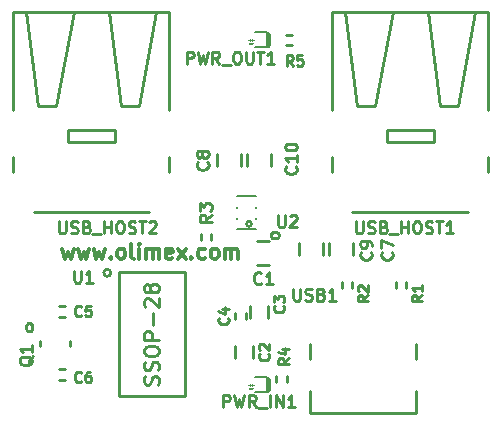
<source format=gbr>
%TF.GenerationSoftware,KiCad,Pcbnew,7.0.9-7.0.9~ubuntu22.04.1*%
%TF.CreationDate,2024-01-26T14:57:20+02:00*%
%TF.ProjectId,USB-NeoHUB_Rev_A,5553422d-4e65-46f4-9855-425f5265765f,A*%
%TF.SameCoordinates,PX5cfbb60PY69925e0*%
%TF.FileFunction,Legend,Top*%
%TF.FilePolarity,Positive*%
%FSLAX46Y46*%
G04 Gerber Fmt 4.6, Leading zero omitted, Abs format (unit mm)*
G04 Created by KiCad (PCBNEW 7.0.9-7.0.9~ubuntu22.04.1) date 2024-01-26 14:57:20*
%MOMM*%
%LPD*%
G01*
G04 APERTURE LIST*
%ADD10C,0.304800*%
%ADD11C,0.254000*%
%ADD12C,0.222250*%
%ADD13C,0.203200*%
%ADD14C,0.228600*%
%ADD15C,0.127000*%
%ADD16C,0.050000*%
%ADD17C,0.100000*%
G04 APERTURE END LIST*
D10*
X7021954Y13927941D02*
X7263859Y13081274D01*
X7263859Y13081274D02*
X7505764Y13686036D01*
X7505764Y13686036D02*
X7747668Y13081274D01*
X7747668Y13081274D02*
X7989573Y13927941D01*
X8352430Y13927941D02*
X8594335Y13081274D01*
X8594335Y13081274D02*
X8836240Y13686036D01*
X8836240Y13686036D02*
X9078144Y13081274D01*
X9078144Y13081274D02*
X9320049Y13927941D01*
X9682906Y13927941D02*
X9924811Y13081274D01*
X9924811Y13081274D02*
X10166716Y13686036D01*
X10166716Y13686036D02*
X10408620Y13081274D01*
X10408620Y13081274D02*
X10650525Y13927941D01*
X11134334Y13202227D02*
X11194811Y13141750D01*
X11194811Y13141750D02*
X11134334Y13081274D01*
X11134334Y13081274D02*
X11073858Y13141750D01*
X11073858Y13141750D02*
X11134334Y13202227D01*
X11134334Y13202227D02*
X11134334Y13081274D01*
X11920525Y13081274D02*
X11799573Y13141750D01*
X11799573Y13141750D02*
X11739096Y13202227D01*
X11739096Y13202227D02*
X11678620Y13323179D01*
X11678620Y13323179D02*
X11678620Y13686036D01*
X11678620Y13686036D02*
X11739096Y13806989D01*
X11739096Y13806989D02*
X11799573Y13867465D01*
X11799573Y13867465D02*
X11920525Y13927941D01*
X11920525Y13927941D02*
X12101954Y13927941D01*
X12101954Y13927941D02*
X12222906Y13867465D01*
X12222906Y13867465D02*
X12283382Y13806989D01*
X12283382Y13806989D02*
X12343858Y13686036D01*
X12343858Y13686036D02*
X12343858Y13323179D01*
X12343858Y13323179D02*
X12283382Y13202227D01*
X12283382Y13202227D02*
X12222906Y13141750D01*
X12222906Y13141750D02*
X12101954Y13081274D01*
X12101954Y13081274D02*
X11920525Y13081274D01*
X13069573Y13081274D02*
X12948621Y13141750D01*
X12948621Y13141750D02*
X12888144Y13262703D01*
X12888144Y13262703D02*
X12888144Y14351274D01*
X13553382Y13081274D02*
X13553382Y13927941D01*
X13553382Y14351274D02*
X13492906Y14290798D01*
X13492906Y14290798D02*
X13553382Y14230322D01*
X13553382Y14230322D02*
X13613859Y14290798D01*
X13613859Y14290798D02*
X13553382Y14351274D01*
X13553382Y14351274D02*
X13553382Y14230322D01*
X14158144Y13081274D02*
X14158144Y13927941D01*
X14158144Y13806989D02*
X14218621Y13867465D01*
X14218621Y13867465D02*
X14339573Y13927941D01*
X14339573Y13927941D02*
X14521002Y13927941D01*
X14521002Y13927941D02*
X14641954Y13867465D01*
X14641954Y13867465D02*
X14702430Y13746512D01*
X14702430Y13746512D02*
X14702430Y13081274D01*
X14702430Y13746512D02*
X14762906Y13867465D01*
X14762906Y13867465D02*
X14883859Y13927941D01*
X14883859Y13927941D02*
X15065287Y13927941D01*
X15065287Y13927941D02*
X15186240Y13867465D01*
X15186240Y13867465D02*
X15246716Y13746512D01*
X15246716Y13746512D02*
X15246716Y13081274D01*
X16335287Y13141750D02*
X16214335Y13081274D01*
X16214335Y13081274D02*
X15972430Y13081274D01*
X15972430Y13081274D02*
X15851477Y13141750D01*
X15851477Y13141750D02*
X15791001Y13262703D01*
X15791001Y13262703D02*
X15791001Y13746512D01*
X15791001Y13746512D02*
X15851477Y13867465D01*
X15851477Y13867465D02*
X15972430Y13927941D01*
X15972430Y13927941D02*
X16214335Y13927941D01*
X16214335Y13927941D02*
X16335287Y13867465D01*
X16335287Y13867465D02*
X16395763Y13746512D01*
X16395763Y13746512D02*
X16395763Y13625560D01*
X16395763Y13625560D02*
X15791001Y13504608D01*
X16819096Y13081274D02*
X17484334Y13927941D01*
X16819096Y13927941D02*
X17484334Y13081274D01*
X17968143Y13202227D02*
X18028620Y13141750D01*
X18028620Y13141750D02*
X17968143Y13081274D01*
X17968143Y13081274D02*
X17907667Y13141750D01*
X17907667Y13141750D02*
X17968143Y13202227D01*
X17968143Y13202227D02*
X17968143Y13081274D01*
X19117191Y13141750D02*
X18996239Y13081274D01*
X18996239Y13081274D02*
X18754334Y13081274D01*
X18754334Y13081274D02*
X18633382Y13141750D01*
X18633382Y13141750D02*
X18572905Y13202227D01*
X18572905Y13202227D02*
X18512429Y13323179D01*
X18512429Y13323179D02*
X18512429Y13686036D01*
X18512429Y13686036D02*
X18572905Y13806989D01*
X18572905Y13806989D02*
X18633382Y13867465D01*
X18633382Y13867465D02*
X18754334Y13927941D01*
X18754334Y13927941D02*
X18996239Y13927941D01*
X18996239Y13927941D02*
X19117191Y13867465D01*
X19842905Y13081274D02*
X19721953Y13141750D01*
X19721953Y13141750D02*
X19661476Y13202227D01*
X19661476Y13202227D02*
X19601000Y13323179D01*
X19601000Y13323179D02*
X19601000Y13686036D01*
X19601000Y13686036D02*
X19661476Y13806989D01*
X19661476Y13806989D02*
X19721953Y13867465D01*
X19721953Y13867465D02*
X19842905Y13927941D01*
X19842905Y13927941D02*
X20024334Y13927941D01*
X20024334Y13927941D02*
X20145286Y13867465D01*
X20145286Y13867465D02*
X20205762Y13806989D01*
X20205762Y13806989D02*
X20266238Y13686036D01*
X20266238Y13686036D02*
X20266238Y13323179D01*
X20266238Y13323179D02*
X20205762Y13202227D01*
X20205762Y13202227D02*
X20145286Y13141750D01*
X20145286Y13141750D02*
X20024334Y13081274D01*
X20024334Y13081274D02*
X19842905Y13081274D01*
X20810524Y13081274D02*
X20810524Y13927941D01*
X20810524Y13806989D02*
X20871001Y13867465D01*
X20871001Y13867465D02*
X20991953Y13927941D01*
X20991953Y13927941D02*
X21173382Y13927941D01*
X21173382Y13927941D02*
X21294334Y13867465D01*
X21294334Y13867465D02*
X21354810Y13746512D01*
X21354810Y13746512D02*
X21354810Y13081274D01*
X21354810Y13746512D02*
X21415286Y13867465D01*
X21415286Y13867465D02*
X21536239Y13927941D01*
X21536239Y13927941D02*
X21717667Y13927941D01*
X21717667Y13927941D02*
X21838620Y13867465D01*
X21838620Y13867465D02*
X21899096Y13746512D01*
X21899096Y13746512D02*
X21899096Y13081274D01*
D11*
X25296904Y16771188D02*
X25296904Y15948711D01*
X25296904Y15948711D02*
X25345285Y15851949D01*
X25345285Y15851949D02*
X25393666Y15803568D01*
X25393666Y15803568D02*
X25490428Y15755188D01*
X25490428Y15755188D02*
X25683952Y15755188D01*
X25683952Y15755188D02*
X25780714Y15803568D01*
X25780714Y15803568D02*
X25829095Y15851949D01*
X25829095Y15851949D02*
X25877476Y15948711D01*
X25877476Y15948711D02*
X25877476Y16771188D01*
X26312904Y16674426D02*
X26361285Y16722807D01*
X26361285Y16722807D02*
X26458047Y16771188D01*
X26458047Y16771188D02*
X26699952Y16771188D01*
X26699952Y16771188D02*
X26796714Y16722807D01*
X26796714Y16722807D02*
X26845095Y16674426D01*
X26845095Y16674426D02*
X26893476Y16577664D01*
X26893476Y16577664D02*
X26893476Y16480902D01*
X26893476Y16480902D02*
X26845095Y16335759D01*
X26845095Y16335759D02*
X26264523Y15755188D01*
X26264523Y15755188D02*
X26893476Y15755188D01*
X24684547Y15149848D02*
X24732928Y15246610D01*
X24732928Y15246610D02*
X24781308Y15294991D01*
X24781308Y15294991D02*
X24878070Y15343372D01*
X24878070Y15343372D02*
X25168356Y15343372D01*
X25168356Y15343372D02*
X25265118Y15294991D01*
X25265118Y15294991D02*
X25313499Y15246610D01*
X25313499Y15246610D02*
X25361880Y15149848D01*
X25361880Y15149848D02*
X25361880Y15004705D01*
X25361880Y15004705D02*
X25313499Y14907943D01*
X25313499Y14907943D02*
X25265118Y14859562D01*
X25265118Y14859562D02*
X25168356Y14811181D01*
X25168356Y14811181D02*
X24878070Y14811181D01*
X24878070Y14811181D02*
X24781308Y14859562D01*
X24781308Y14859562D02*
X24732928Y14907943D01*
X24732928Y14907943D02*
X24684547Y15004705D01*
X24684547Y15004705D02*
X24684547Y15149848D01*
D12*
X26557833Y29401288D02*
X26261500Y29824621D01*
X26049833Y29401288D02*
X26049833Y30290288D01*
X26049833Y30290288D02*
X26388500Y30290288D01*
X26388500Y30290288D02*
X26473167Y30247955D01*
X26473167Y30247955D02*
X26515500Y30205621D01*
X26515500Y30205621D02*
X26557833Y30120955D01*
X26557833Y30120955D02*
X26557833Y29993955D01*
X26557833Y29993955D02*
X26515500Y29909288D01*
X26515500Y29909288D02*
X26473167Y29866955D01*
X26473167Y29866955D02*
X26388500Y29824621D01*
X26388500Y29824621D02*
X26049833Y29824621D01*
X27362167Y30290288D02*
X26938833Y30290288D01*
X26938833Y30290288D02*
X26896500Y29866955D01*
X26896500Y29866955D02*
X26938833Y29909288D01*
X26938833Y29909288D02*
X27023500Y29951621D01*
X27023500Y29951621D02*
X27235167Y29951621D01*
X27235167Y29951621D02*
X27319833Y29909288D01*
X27319833Y29909288D02*
X27362167Y29866955D01*
X27362167Y29866955D02*
X27404500Y29782288D01*
X27404500Y29782288D02*
X27404500Y29570621D01*
X27404500Y29570621D02*
X27362167Y29485955D01*
X27362167Y29485955D02*
X27319833Y29443621D01*
X27319833Y29443621D02*
X27235167Y29401288D01*
X27235167Y29401288D02*
X27023500Y29401288D01*
X27023500Y29401288D02*
X26938833Y29443621D01*
X26938833Y29443621D02*
X26896500Y29485955D01*
D11*
X19669812Y16804668D02*
X19186003Y16466001D01*
X19669812Y16224096D02*
X18653812Y16224096D01*
X18653812Y16224096D02*
X18653812Y16611144D01*
X18653812Y16611144D02*
X18702193Y16707906D01*
X18702193Y16707906D02*
X18750574Y16756287D01*
X18750574Y16756287D02*
X18847336Y16804668D01*
X18847336Y16804668D02*
X18992479Y16804668D01*
X18992479Y16804668D02*
X19089241Y16756287D01*
X19089241Y16756287D02*
X19137622Y16707906D01*
X19137622Y16707906D02*
X19186003Y16611144D01*
X19186003Y16611144D02*
X19186003Y16224096D01*
X18653812Y17143334D02*
X18653812Y17772287D01*
X18653812Y17772287D02*
X19040860Y17433620D01*
X19040860Y17433620D02*
X19040860Y17578763D01*
X19040860Y17578763D02*
X19089241Y17675525D01*
X19089241Y17675525D02*
X19137622Y17723906D01*
X19137622Y17723906D02*
X19234384Y17772287D01*
X19234384Y17772287D02*
X19476289Y17772287D01*
X19476289Y17772287D02*
X19573051Y17723906D01*
X19573051Y17723906D02*
X19621432Y17675525D01*
X19621432Y17675525D02*
X19669812Y17578763D01*
X19669812Y17578763D02*
X19669812Y17288477D01*
X19669812Y17288477D02*
X19621432Y17191715D01*
X19621432Y17191715D02*
X19573051Y17143334D01*
D12*
X21052045Y8062834D02*
X21094379Y8020501D01*
X21094379Y8020501D02*
X21136712Y7893501D01*
X21136712Y7893501D02*
X21136712Y7808834D01*
X21136712Y7808834D02*
X21094379Y7681834D01*
X21094379Y7681834D02*
X21009712Y7597167D01*
X21009712Y7597167D02*
X20925045Y7554834D01*
X20925045Y7554834D02*
X20755712Y7512501D01*
X20755712Y7512501D02*
X20628712Y7512501D01*
X20628712Y7512501D02*
X20459379Y7554834D01*
X20459379Y7554834D02*
X20374712Y7597167D01*
X20374712Y7597167D02*
X20290045Y7681834D01*
X20290045Y7681834D02*
X20247712Y7808834D01*
X20247712Y7808834D02*
X20247712Y7893501D01*
X20247712Y7893501D02*
X20290045Y8020501D01*
X20290045Y8020501D02*
X20332379Y8062834D01*
X20544045Y8824834D02*
X21136712Y8824834D01*
X20205379Y8613167D02*
X20840379Y8401501D01*
X20840379Y8401501D02*
X20840379Y8951834D01*
D11*
X31888809Y16263188D02*
X31888809Y15440711D01*
X31888809Y15440711D02*
X31937190Y15343949D01*
X31937190Y15343949D02*
X31985571Y15295568D01*
X31985571Y15295568D02*
X32082333Y15247188D01*
X32082333Y15247188D02*
X32275857Y15247188D01*
X32275857Y15247188D02*
X32372619Y15295568D01*
X32372619Y15295568D02*
X32421000Y15343949D01*
X32421000Y15343949D02*
X32469381Y15440711D01*
X32469381Y15440711D02*
X32469381Y16263188D01*
X32904809Y15295568D02*
X33049952Y15247188D01*
X33049952Y15247188D02*
X33291857Y15247188D01*
X33291857Y15247188D02*
X33388619Y15295568D01*
X33388619Y15295568D02*
X33437000Y15343949D01*
X33437000Y15343949D02*
X33485381Y15440711D01*
X33485381Y15440711D02*
X33485381Y15537473D01*
X33485381Y15537473D02*
X33437000Y15634235D01*
X33437000Y15634235D02*
X33388619Y15682616D01*
X33388619Y15682616D02*
X33291857Y15730997D01*
X33291857Y15730997D02*
X33098333Y15779378D01*
X33098333Y15779378D02*
X33001571Y15827759D01*
X33001571Y15827759D02*
X32953190Y15876140D01*
X32953190Y15876140D02*
X32904809Y15972902D01*
X32904809Y15972902D02*
X32904809Y16069664D01*
X32904809Y16069664D02*
X32953190Y16166426D01*
X32953190Y16166426D02*
X33001571Y16214807D01*
X33001571Y16214807D02*
X33098333Y16263188D01*
X33098333Y16263188D02*
X33340238Y16263188D01*
X33340238Y16263188D02*
X33485381Y16214807D01*
X34259476Y15779378D02*
X34404619Y15730997D01*
X34404619Y15730997D02*
X34453000Y15682616D01*
X34453000Y15682616D02*
X34501381Y15585854D01*
X34501381Y15585854D02*
X34501381Y15440711D01*
X34501381Y15440711D02*
X34453000Y15343949D01*
X34453000Y15343949D02*
X34404619Y15295568D01*
X34404619Y15295568D02*
X34307857Y15247188D01*
X34307857Y15247188D02*
X33920809Y15247188D01*
X33920809Y15247188D02*
X33920809Y16263188D01*
X33920809Y16263188D02*
X34259476Y16263188D01*
X34259476Y16263188D02*
X34356238Y16214807D01*
X34356238Y16214807D02*
X34404619Y16166426D01*
X34404619Y16166426D02*
X34453000Y16069664D01*
X34453000Y16069664D02*
X34453000Y15972902D01*
X34453000Y15972902D02*
X34404619Y15876140D01*
X34404619Y15876140D02*
X34356238Y15827759D01*
X34356238Y15827759D02*
X34259476Y15779378D01*
X34259476Y15779378D02*
X33920809Y15779378D01*
X34694905Y15150426D02*
X35469000Y15150426D01*
X35710904Y15247188D02*
X35710904Y16263188D01*
X35710904Y15779378D02*
X36291476Y15779378D01*
X36291476Y15247188D02*
X36291476Y16263188D01*
X36968809Y16263188D02*
X37162333Y16263188D01*
X37162333Y16263188D02*
X37259095Y16214807D01*
X37259095Y16214807D02*
X37355857Y16118045D01*
X37355857Y16118045D02*
X37404238Y15924521D01*
X37404238Y15924521D02*
X37404238Y15585854D01*
X37404238Y15585854D02*
X37355857Y15392330D01*
X37355857Y15392330D02*
X37259095Y15295568D01*
X37259095Y15295568D02*
X37162333Y15247188D01*
X37162333Y15247188D02*
X36968809Y15247188D01*
X36968809Y15247188D02*
X36872047Y15295568D01*
X36872047Y15295568D02*
X36775285Y15392330D01*
X36775285Y15392330D02*
X36726904Y15585854D01*
X36726904Y15585854D02*
X36726904Y15924521D01*
X36726904Y15924521D02*
X36775285Y16118045D01*
X36775285Y16118045D02*
X36872047Y16214807D01*
X36872047Y16214807D02*
X36968809Y16263188D01*
X37791285Y15295568D02*
X37936428Y15247188D01*
X37936428Y15247188D02*
X38178333Y15247188D01*
X38178333Y15247188D02*
X38275095Y15295568D01*
X38275095Y15295568D02*
X38323476Y15343949D01*
X38323476Y15343949D02*
X38371857Y15440711D01*
X38371857Y15440711D02*
X38371857Y15537473D01*
X38371857Y15537473D02*
X38323476Y15634235D01*
X38323476Y15634235D02*
X38275095Y15682616D01*
X38275095Y15682616D02*
X38178333Y15730997D01*
X38178333Y15730997D02*
X37984809Y15779378D01*
X37984809Y15779378D02*
X37888047Y15827759D01*
X37888047Y15827759D02*
X37839666Y15876140D01*
X37839666Y15876140D02*
X37791285Y15972902D01*
X37791285Y15972902D02*
X37791285Y16069664D01*
X37791285Y16069664D02*
X37839666Y16166426D01*
X37839666Y16166426D02*
X37888047Y16214807D01*
X37888047Y16214807D02*
X37984809Y16263188D01*
X37984809Y16263188D02*
X38226714Y16263188D01*
X38226714Y16263188D02*
X38371857Y16214807D01*
X38662142Y16263188D02*
X39242714Y16263188D01*
X38952428Y15247188D02*
X38952428Y16263188D01*
X40113571Y15247188D02*
X39532999Y15247188D01*
X39823285Y15247188D02*
X39823285Y16263188D01*
X39823285Y16263188D02*
X39726523Y16118045D01*
X39726523Y16118045D02*
X39629761Y16021283D01*
X39629761Y16021283D02*
X39532999Y15972902D01*
D12*
X37519712Y9967834D02*
X37096379Y9671501D01*
X37519712Y9459834D02*
X36630712Y9459834D01*
X36630712Y9459834D02*
X36630712Y9798501D01*
X36630712Y9798501D02*
X36673045Y9883167D01*
X36673045Y9883167D02*
X36715379Y9925501D01*
X36715379Y9925501D02*
X36800045Y9967834D01*
X36800045Y9967834D02*
X36927045Y9967834D01*
X36927045Y9967834D02*
X37011712Y9925501D01*
X37011712Y9925501D02*
X37054045Y9883167D01*
X37054045Y9883167D02*
X37096379Y9798501D01*
X37096379Y9798501D02*
X37096379Y9459834D01*
X37519712Y10814501D02*
X37519712Y10306501D01*
X37519712Y10560501D02*
X36630712Y10560501D01*
X36630712Y10560501D02*
X36757712Y10475834D01*
X36757712Y10475834D02*
X36842379Y10391167D01*
X36842379Y10391167D02*
X36884712Y10306501D01*
X32947712Y9967834D02*
X32524379Y9671501D01*
X32947712Y9459834D02*
X32058712Y9459834D01*
X32058712Y9459834D02*
X32058712Y9798501D01*
X32058712Y9798501D02*
X32101045Y9883167D01*
X32101045Y9883167D02*
X32143379Y9925501D01*
X32143379Y9925501D02*
X32228045Y9967834D01*
X32228045Y9967834D02*
X32355045Y9967834D01*
X32355045Y9967834D02*
X32439712Y9925501D01*
X32439712Y9925501D02*
X32482045Y9883167D01*
X32482045Y9883167D02*
X32524379Y9798501D01*
X32524379Y9798501D02*
X32524379Y9459834D01*
X32143379Y10306501D02*
X32101045Y10348834D01*
X32101045Y10348834D02*
X32058712Y10433501D01*
X32058712Y10433501D02*
X32058712Y10645167D01*
X32058712Y10645167D02*
X32101045Y10729834D01*
X32101045Y10729834D02*
X32143379Y10772167D01*
X32143379Y10772167D02*
X32228045Y10814501D01*
X32228045Y10814501D02*
X32312712Y10814501D01*
X32312712Y10814501D02*
X32439712Y10772167D01*
X32439712Y10772167D02*
X32947712Y10264167D01*
X32947712Y10264167D02*
X32947712Y10814501D01*
D11*
X8024904Y12072188D02*
X8024904Y11249711D01*
X8024904Y11249711D02*
X8073285Y11152949D01*
X8073285Y11152949D02*
X8121666Y11104568D01*
X8121666Y11104568D02*
X8218428Y11056188D01*
X8218428Y11056188D02*
X8411952Y11056188D01*
X8411952Y11056188D02*
X8508714Y11104568D01*
X8508714Y11104568D02*
X8557095Y11152949D01*
X8557095Y11152949D02*
X8605476Y11249711D01*
X8605476Y11249711D02*
X8605476Y12072188D01*
X9621476Y11056188D02*
X9040904Y11056188D01*
X9331190Y11056188D02*
X9331190Y12072188D01*
X9331190Y12072188D02*
X9234428Y11927045D01*
X9234428Y11927045D02*
X9137666Y11830283D01*
X9137666Y11830283D02*
X9040904Y11781902D01*
X15154842Y2423429D02*
X15215318Y2604858D01*
X15215318Y2604858D02*
X15215318Y2907239D01*
X15215318Y2907239D02*
X15154842Y3028191D01*
X15154842Y3028191D02*
X15094365Y3088667D01*
X15094365Y3088667D02*
X14973413Y3149144D01*
X14973413Y3149144D02*
X14852461Y3149144D01*
X14852461Y3149144D02*
X14731508Y3088667D01*
X14731508Y3088667D02*
X14671032Y3028191D01*
X14671032Y3028191D02*
X14610556Y2907239D01*
X14610556Y2907239D02*
X14550080Y2665334D01*
X14550080Y2665334D02*
X14489603Y2544382D01*
X14489603Y2544382D02*
X14429127Y2483905D01*
X14429127Y2483905D02*
X14308175Y2423429D01*
X14308175Y2423429D02*
X14187222Y2423429D01*
X14187222Y2423429D02*
X14066270Y2483905D01*
X14066270Y2483905D02*
X14005794Y2544382D01*
X14005794Y2544382D02*
X13945318Y2665334D01*
X13945318Y2665334D02*
X13945318Y2967715D01*
X13945318Y2967715D02*
X14005794Y3149144D01*
X15154842Y3632953D02*
X15215318Y3814382D01*
X15215318Y3814382D02*
X15215318Y4116763D01*
X15215318Y4116763D02*
X15154842Y4237715D01*
X15154842Y4237715D02*
X15094365Y4298191D01*
X15094365Y4298191D02*
X14973413Y4358668D01*
X14973413Y4358668D02*
X14852461Y4358668D01*
X14852461Y4358668D02*
X14731508Y4298191D01*
X14731508Y4298191D02*
X14671032Y4237715D01*
X14671032Y4237715D02*
X14610556Y4116763D01*
X14610556Y4116763D02*
X14550080Y3874858D01*
X14550080Y3874858D02*
X14489603Y3753906D01*
X14489603Y3753906D02*
X14429127Y3693429D01*
X14429127Y3693429D02*
X14308175Y3632953D01*
X14308175Y3632953D02*
X14187222Y3632953D01*
X14187222Y3632953D02*
X14066270Y3693429D01*
X14066270Y3693429D02*
X14005794Y3753906D01*
X14005794Y3753906D02*
X13945318Y3874858D01*
X13945318Y3874858D02*
X13945318Y4177239D01*
X13945318Y4177239D02*
X14005794Y4358668D01*
X13945318Y5144858D02*
X13945318Y5386763D01*
X13945318Y5386763D02*
X14005794Y5507715D01*
X14005794Y5507715D02*
X14126746Y5628668D01*
X14126746Y5628668D02*
X14368651Y5689144D01*
X14368651Y5689144D02*
X14791984Y5689144D01*
X14791984Y5689144D02*
X15033889Y5628668D01*
X15033889Y5628668D02*
X15154842Y5507715D01*
X15154842Y5507715D02*
X15215318Y5386763D01*
X15215318Y5386763D02*
X15215318Y5144858D01*
X15215318Y5144858D02*
X15154842Y5023906D01*
X15154842Y5023906D02*
X15033889Y4902953D01*
X15033889Y4902953D02*
X14791984Y4842477D01*
X14791984Y4842477D02*
X14368651Y4842477D01*
X14368651Y4842477D02*
X14126746Y4902953D01*
X14126746Y4902953D02*
X14005794Y5023906D01*
X14005794Y5023906D02*
X13945318Y5144858D01*
X15215318Y6233429D02*
X13945318Y6233429D01*
X13945318Y6233429D02*
X13945318Y6717239D01*
X13945318Y6717239D02*
X14005794Y6838191D01*
X14005794Y6838191D02*
X14066270Y6898668D01*
X14066270Y6898668D02*
X14187222Y6959144D01*
X14187222Y6959144D02*
X14368651Y6959144D01*
X14368651Y6959144D02*
X14489603Y6898668D01*
X14489603Y6898668D02*
X14550080Y6838191D01*
X14550080Y6838191D02*
X14610556Y6717239D01*
X14610556Y6717239D02*
X14610556Y6233429D01*
X14731508Y7503429D02*
X14731508Y8471048D01*
X14066270Y9015334D02*
X14005794Y9075810D01*
X14005794Y9075810D02*
X13945318Y9196763D01*
X13945318Y9196763D02*
X13945318Y9499144D01*
X13945318Y9499144D02*
X14005794Y9620096D01*
X14005794Y9620096D02*
X14066270Y9680572D01*
X14066270Y9680572D02*
X14187222Y9741049D01*
X14187222Y9741049D02*
X14308175Y9741049D01*
X14308175Y9741049D02*
X14489603Y9680572D01*
X14489603Y9680572D02*
X15215318Y8954858D01*
X15215318Y8954858D02*
X15215318Y9741049D01*
X14489603Y10466763D02*
X14429127Y10345811D01*
X14429127Y10345811D02*
X14368651Y10285334D01*
X14368651Y10285334D02*
X14247699Y10224858D01*
X14247699Y10224858D02*
X14187222Y10224858D01*
X14187222Y10224858D02*
X14066270Y10285334D01*
X14066270Y10285334D02*
X14005794Y10345811D01*
X14005794Y10345811D02*
X13945318Y10466763D01*
X13945318Y10466763D02*
X13945318Y10708668D01*
X13945318Y10708668D02*
X14005794Y10829620D01*
X14005794Y10829620D02*
X14066270Y10890096D01*
X14066270Y10890096D02*
X14187222Y10950573D01*
X14187222Y10950573D02*
X14247699Y10950573D01*
X14247699Y10950573D02*
X14368651Y10890096D01*
X14368651Y10890096D02*
X14429127Y10829620D01*
X14429127Y10829620D02*
X14489603Y10708668D01*
X14489603Y10708668D02*
X14489603Y10466763D01*
X14489603Y10466763D02*
X14550080Y10345811D01*
X14550080Y10345811D02*
X14610556Y10285334D01*
X14610556Y10285334D02*
X14731508Y10224858D01*
X14731508Y10224858D02*
X14973413Y10224858D01*
X14973413Y10224858D02*
X15094365Y10285334D01*
X15094365Y10285334D02*
X15154842Y10345811D01*
X15154842Y10345811D02*
X15215318Y10466763D01*
X15215318Y10466763D02*
X15215318Y10708668D01*
X15215318Y10708668D02*
X15154842Y10829620D01*
X15154842Y10829620D02*
X15094365Y10890096D01*
X15094365Y10890096D02*
X14973413Y10950573D01*
X14973413Y10950573D02*
X14731508Y10950573D01*
X14731508Y10950573D02*
X14610556Y10890096D01*
X14610556Y10890096D02*
X14550080Y10829620D01*
X14550080Y10829620D02*
X14489603Y10708668D01*
X26591095Y10548188D02*
X26591095Y9725711D01*
X26591095Y9725711D02*
X26639476Y9628949D01*
X26639476Y9628949D02*
X26687857Y9580568D01*
X26687857Y9580568D02*
X26784619Y9532188D01*
X26784619Y9532188D02*
X26978143Y9532188D01*
X26978143Y9532188D02*
X27074905Y9580568D01*
X27074905Y9580568D02*
X27123286Y9628949D01*
X27123286Y9628949D02*
X27171667Y9725711D01*
X27171667Y9725711D02*
X27171667Y10548188D01*
X27607095Y9580568D02*
X27752238Y9532188D01*
X27752238Y9532188D02*
X27994143Y9532188D01*
X27994143Y9532188D02*
X28090905Y9580568D01*
X28090905Y9580568D02*
X28139286Y9628949D01*
X28139286Y9628949D02*
X28187667Y9725711D01*
X28187667Y9725711D02*
X28187667Y9822473D01*
X28187667Y9822473D02*
X28139286Y9919235D01*
X28139286Y9919235D02*
X28090905Y9967616D01*
X28090905Y9967616D02*
X27994143Y10015997D01*
X27994143Y10015997D02*
X27800619Y10064378D01*
X27800619Y10064378D02*
X27703857Y10112759D01*
X27703857Y10112759D02*
X27655476Y10161140D01*
X27655476Y10161140D02*
X27607095Y10257902D01*
X27607095Y10257902D02*
X27607095Y10354664D01*
X27607095Y10354664D02*
X27655476Y10451426D01*
X27655476Y10451426D02*
X27703857Y10499807D01*
X27703857Y10499807D02*
X27800619Y10548188D01*
X27800619Y10548188D02*
X28042524Y10548188D01*
X28042524Y10548188D02*
X28187667Y10499807D01*
X28961762Y10064378D02*
X29106905Y10015997D01*
X29106905Y10015997D02*
X29155286Y9967616D01*
X29155286Y9967616D02*
X29203667Y9870854D01*
X29203667Y9870854D02*
X29203667Y9725711D01*
X29203667Y9725711D02*
X29155286Y9628949D01*
X29155286Y9628949D02*
X29106905Y9580568D01*
X29106905Y9580568D02*
X29010143Y9532188D01*
X29010143Y9532188D02*
X28623095Y9532188D01*
X28623095Y9532188D02*
X28623095Y10548188D01*
X28623095Y10548188D02*
X28961762Y10548188D01*
X28961762Y10548188D02*
X29058524Y10499807D01*
X29058524Y10499807D02*
X29106905Y10451426D01*
X29106905Y10451426D02*
X29155286Y10354664D01*
X29155286Y10354664D02*
X29155286Y10257902D01*
X29155286Y10257902D02*
X29106905Y10161140D01*
X29106905Y10161140D02*
X29058524Y10112759D01*
X29058524Y10112759D02*
X28961762Y10064378D01*
X28961762Y10064378D02*
X28623095Y10064378D01*
X30171286Y9532188D02*
X29590714Y9532188D01*
X29881000Y9532188D02*
X29881000Y10548188D01*
X29881000Y10548188D02*
X29784238Y10403045D01*
X29784238Y10403045D02*
X29687476Y10306283D01*
X29687476Y10306283D02*
X29590714Y10257902D01*
X6742809Y16263188D02*
X6742809Y15440711D01*
X6742809Y15440711D02*
X6791190Y15343949D01*
X6791190Y15343949D02*
X6839571Y15295568D01*
X6839571Y15295568D02*
X6936333Y15247188D01*
X6936333Y15247188D02*
X7129857Y15247188D01*
X7129857Y15247188D02*
X7226619Y15295568D01*
X7226619Y15295568D02*
X7275000Y15343949D01*
X7275000Y15343949D02*
X7323381Y15440711D01*
X7323381Y15440711D02*
X7323381Y16263188D01*
X7758809Y15295568D02*
X7903952Y15247188D01*
X7903952Y15247188D02*
X8145857Y15247188D01*
X8145857Y15247188D02*
X8242619Y15295568D01*
X8242619Y15295568D02*
X8291000Y15343949D01*
X8291000Y15343949D02*
X8339381Y15440711D01*
X8339381Y15440711D02*
X8339381Y15537473D01*
X8339381Y15537473D02*
X8291000Y15634235D01*
X8291000Y15634235D02*
X8242619Y15682616D01*
X8242619Y15682616D02*
X8145857Y15730997D01*
X8145857Y15730997D02*
X7952333Y15779378D01*
X7952333Y15779378D02*
X7855571Y15827759D01*
X7855571Y15827759D02*
X7807190Y15876140D01*
X7807190Y15876140D02*
X7758809Y15972902D01*
X7758809Y15972902D02*
X7758809Y16069664D01*
X7758809Y16069664D02*
X7807190Y16166426D01*
X7807190Y16166426D02*
X7855571Y16214807D01*
X7855571Y16214807D02*
X7952333Y16263188D01*
X7952333Y16263188D02*
X8194238Y16263188D01*
X8194238Y16263188D02*
X8339381Y16214807D01*
X9113476Y15779378D02*
X9258619Y15730997D01*
X9258619Y15730997D02*
X9307000Y15682616D01*
X9307000Y15682616D02*
X9355381Y15585854D01*
X9355381Y15585854D02*
X9355381Y15440711D01*
X9355381Y15440711D02*
X9307000Y15343949D01*
X9307000Y15343949D02*
X9258619Y15295568D01*
X9258619Y15295568D02*
X9161857Y15247188D01*
X9161857Y15247188D02*
X8774809Y15247188D01*
X8774809Y15247188D02*
X8774809Y16263188D01*
X8774809Y16263188D02*
X9113476Y16263188D01*
X9113476Y16263188D02*
X9210238Y16214807D01*
X9210238Y16214807D02*
X9258619Y16166426D01*
X9258619Y16166426D02*
X9307000Y16069664D01*
X9307000Y16069664D02*
X9307000Y15972902D01*
X9307000Y15972902D02*
X9258619Y15876140D01*
X9258619Y15876140D02*
X9210238Y15827759D01*
X9210238Y15827759D02*
X9113476Y15779378D01*
X9113476Y15779378D02*
X8774809Y15779378D01*
X9548905Y15150426D02*
X10323000Y15150426D01*
X10564904Y15247188D02*
X10564904Y16263188D01*
X10564904Y15779378D02*
X11145476Y15779378D01*
X11145476Y15247188D02*
X11145476Y16263188D01*
X11822809Y16263188D02*
X12016333Y16263188D01*
X12016333Y16263188D02*
X12113095Y16214807D01*
X12113095Y16214807D02*
X12209857Y16118045D01*
X12209857Y16118045D02*
X12258238Y15924521D01*
X12258238Y15924521D02*
X12258238Y15585854D01*
X12258238Y15585854D02*
X12209857Y15392330D01*
X12209857Y15392330D02*
X12113095Y15295568D01*
X12113095Y15295568D02*
X12016333Y15247188D01*
X12016333Y15247188D02*
X11822809Y15247188D01*
X11822809Y15247188D02*
X11726047Y15295568D01*
X11726047Y15295568D02*
X11629285Y15392330D01*
X11629285Y15392330D02*
X11580904Y15585854D01*
X11580904Y15585854D02*
X11580904Y15924521D01*
X11580904Y15924521D02*
X11629285Y16118045D01*
X11629285Y16118045D02*
X11726047Y16214807D01*
X11726047Y16214807D02*
X11822809Y16263188D01*
X12645285Y15295568D02*
X12790428Y15247188D01*
X12790428Y15247188D02*
X13032333Y15247188D01*
X13032333Y15247188D02*
X13129095Y15295568D01*
X13129095Y15295568D02*
X13177476Y15343949D01*
X13177476Y15343949D02*
X13225857Y15440711D01*
X13225857Y15440711D02*
X13225857Y15537473D01*
X13225857Y15537473D02*
X13177476Y15634235D01*
X13177476Y15634235D02*
X13129095Y15682616D01*
X13129095Y15682616D02*
X13032333Y15730997D01*
X13032333Y15730997D02*
X12838809Y15779378D01*
X12838809Y15779378D02*
X12742047Y15827759D01*
X12742047Y15827759D02*
X12693666Y15876140D01*
X12693666Y15876140D02*
X12645285Y15972902D01*
X12645285Y15972902D02*
X12645285Y16069664D01*
X12645285Y16069664D02*
X12693666Y16166426D01*
X12693666Y16166426D02*
X12742047Y16214807D01*
X12742047Y16214807D02*
X12838809Y16263188D01*
X12838809Y16263188D02*
X13080714Y16263188D01*
X13080714Y16263188D02*
X13225857Y16214807D01*
X13516142Y16263188D02*
X14096714Y16263188D01*
X13806428Y15247188D02*
X13806428Y16263188D01*
X14386999Y16166426D02*
X14435380Y16214807D01*
X14435380Y16214807D02*
X14532142Y16263188D01*
X14532142Y16263188D02*
X14774047Y16263188D01*
X14774047Y16263188D02*
X14870809Y16214807D01*
X14870809Y16214807D02*
X14919190Y16166426D01*
X14919190Y16166426D02*
X14967571Y16069664D01*
X14967571Y16069664D02*
X14967571Y15972902D01*
X14967571Y15972902D02*
X14919190Y15827759D01*
X14919190Y15827759D02*
X14338618Y15247188D01*
X14338618Y15247188D02*
X14967571Y15247188D01*
X17568047Y29598188D02*
X17568047Y30614188D01*
X17568047Y30614188D02*
X17955095Y30614188D01*
X17955095Y30614188D02*
X18051857Y30565807D01*
X18051857Y30565807D02*
X18100238Y30517426D01*
X18100238Y30517426D02*
X18148619Y30420664D01*
X18148619Y30420664D02*
X18148619Y30275521D01*
X18148619Y30275521D02*
X18100238Y30178759D01*
X18100238Y30178759D02*
X18051857Y30130378D01*
X18051857Y30130378D02*
X17955095Y30081997D01*
X17955095Y30081997D02*
X17568047Y30081997D01*
X18487285Y30614188D02*
X18729190Y29598188D01*
X18729190Y29598188D02*
X18922714Y30323902D01*
X18922714Y30323902D02*
X19116238Y29598188D01*
X19116238Y29598188D02*
X19358143Y30614188D01*
X20325762Y29598188D02*
X19987095Y30081997D01*
X19745190Y29598188D02*
X19745190Y30614188D01*
X19745190Y30614188D02*
X20132238Y30614188D01*
X20132238Y30614188D02*
X20229000Y30565807D01*
X20229000Y30565807D02*
X20277381Y30517426D01*
X20277381Y30517426D02*
X20325762Y30420664D01*
X20325762Y30420664D02*
X20325762Y30275521D01*
X20325762Y30275521D02*
X20277381Y30178759D01*
X20277381Y30178759D02*
X20229000Y30130378D01*
X20229000Y30130378D02*
X20132238Y30081997D01*
X20132238Y30081997D02*
X19745190Y30081997D01*
X20519286Y29501426D02*
X21293381Y29501426D01*
X21728809Y30614188D02*
X21922333Y30614188D01*
X21922333Y30614188D02*
X22019095Y30565807D01*
X22019095Y30565807D02*
X22115857Y30469045D01*
X22115857Y30469045D02*
X22164238Y30275521D01*
X22164238Y30275521D02*
X22164238Y29936854D01*
X22164238Y29936854D02*
X22115857Y29743330D01*
X22115857Y29743330D02*
X22019095Y29646568D01*
X22019095Y29646568D02*
X21922333Y29598188D01*
X21922333Y29598188D02*
X21728809Y29598188D01*
X21728809Y29598188D02*
X21632047Y29646568D01*
X21632047Y29646568D02*
X21535285Y29743330D01*
X21535285Y29743330D02*
X21486904Y29936854D01*
X21486904Y29936854D02*
X21486904Y30275521D01*
X21486904Y30275521D02*
X21535285Y30469045D01*
X21535285Y30469045D02*
X21632047Y30565807D01*
X21632047Y30565807D02*
X21728809Y30614188D01*
X22599666Y30614188D02*
X22599666Y29791711D01*
X22599666Y29791711D02*
X22648047Y29694949D01*
X22648047Y29694949D02*
X22696428Y29646568D01*
X22696428Y29646568D02*
X22793190Y29598188D01*
X22793190Y29598188D02*
X22986714Y29598188D01*
X22986714Y29598188D02*
X23083476Y29646568D01*
X23083476Y29646568D02*
X23131857Y29694949D01*
X23131857Y29694949D02*
X23180238Y29791711D01*
X23180238Y29791711D02*
X23180238Y30614188D01*
X23518904Y30614188D02*
X24099476Y30614188D01*
X23809190Y29598188D02*
X23809190Y30614188D01*
X24970333Y29598188D02*
X24389761Y29598188D01*
X24680047Y29598188D02*
X24680047Y30614188D01*
X24680047Y30614188D02*
X24583285Y30469045D01*
X24583285Y30469045D02*
X24486523Y30372283D01*
X24486523Y30372283D02*
X24389761Y30323902D01*
X34940051Y13629668D02*
X34988432Y13581287D01*
X34988432Y13581287D02*
X35036812Y13436144D01*
X35036812Y13436144D02*
X35036812Y13339382D01*
X35036812Y13339382D02*
X34988432Y13194239D01*
X34988432Y13194239D02*
X34891670Y13097477D01*
X34891670Y13097477D02*
X34794908Y13049096D01*
X34794908Y13049096D02*
X34601384Y13000715D01*
X34601384Y13000715D02*
X34456241Y13000715D01*
X34456241Y13000715D02*
X34262717Y13049096D01*
X34262717Y13049096D02*
X34165955Y13097477D01*
X34165955Y13097477D02*
X34069193Y13194239D01*
X34069193Y13194239D02*
X34020812Y13339382D01*
X34020812Y13339382D02*
X34020812Y13436144D01*
X34020812Y13436144D02*
X34069193Y13581287D01*
X34069193Y13581287D02*
X34117574Y13629668D01*
X34020812Y13968334D02*
X34020812Y14645668D01*
X34020812Y14645668D02*
X35036812Y14210239D01*
D12*
X26216712Y4633834D02*
X25793379Y4337501D01*
X26216712Y4125834D02*
X25327712Y4125834D01*
X25327712Y4125834D02*
X25327712Y4464501D01*
X25327712Y4464501D02*
X25370045Y4549167D01*
X25370045Y4549167D02*
X25412379Y4591501D01*
X25412379Y4591501D02*
X25497045Y4633834D01*
X25497045Y4633834D02*
X25624045Y4633834D01*
X25624045Y4633834D02*
X25708712Y4591501D01*
X25708712Y4591501D02*
X25751045Y4549167D01*
X25751045Y4549167D02*
X25793379Y4464501D01*
X25793379Y4464501D02*
X25793379Y4125834D01*
X25624045Y5395834D02*
X26216712Y5395834D01*
X25285379Y5184167D02*
X25920379Y4972501D01*
X25920379Y4972501D02*
X25920379Y5522834D01*
D11*
X19319051Y21249668D02*
X19367432Y21201287D01*
X19367432Y21201287D02*
X19415812Y21056144D01*
X19415812Y21056144D02*
X19415812Y20959382D01*
X19415812Y20959382D02*
X19367432Y20814239D01*
X19367432Y20814239D02*
X19270670Y20717477D01*
X19270670Y20717477D02*
X19173908Y20669096D01*
X19173908Y20669096D02*
X18980384Y20620715D01*
X18980384Y20620715D02*
X18835241Y20620715D01*
X18835241Y20620715D02*
X18641717Y20669096D01*
X18641717Y20669096D02*
X18544955Y20717477D01*
X18544955Y20717477D02*
X18448193Y20814239D01*
X18448193Y20814239D02*
X18399812Y20959382D01*
X18399812Y20959382D02*
X18399812Y21056144D01*
X18399812Y21056144D02*
X18448193Y21201287D01*
X18448193Y21201287D02*
X18496574Y21249668D01*
X18835241Y21830239D02*
X18786860Y21733477D01*
X18786860Y21733477D02*
X18738479Y21685096D01*
X18738479Y21685096D02*
X18641717Y21636715D01*
X18641717Y21636715D02*
X18593336Y21636715D01*
X18593336Y21636715D02*
X18496574Y21685096D01*
X18496574Y21685096D02*
X18448193Y21733477D01*
X18448193Y21733477D02*
X18399812Y21830239D01*
X18399812Y21830239D02*
X18399812Y22023763D01*
X18399812Y22023763D02*
X18448193Y22120525D01*
X18448193Y22120525D02*
X18496574Y22168906D01*
X18496574Y22168906D02*
X18593336Y22217287D01*
X18593336Y22217287D02*
X18641717Y22217287D01*
X18641717Y22217287D02*
X18738479Y22168906D01*
X18738479Y22168906D02*
X18786860Y22120525D01*
X18786860Y22120525D02*
X18835241Y22023763D01*
X18835241Y22023763D02*
X18835241Y21830239D01*
X18835241Y21830239D02*
X18883622Y21733477D01*
X18883622Y21733477D02*
X18932003Y21685096D01*
X18932003Y21685096D02*
X19028765Y21636715D01*
X19028765Y21636715D02*
X19222289Y21636715D01*
X19222289Y21636715D02*
X19319051Y21685096D01*
X19319051Y21685096D02*
X19367432Y21733477D01*
X19367432Y21733477D02*
X19415812Y21830239D01*
X19415812Y21830239D02*
X19415812Y22023763D01*
X19415812Y22023763D02*
X19367432Y22120525D01*
X19367432Y22120525D02*
X19319051Y22168906D01*
X19319051Y22168906D02*
X19222289Y22217287D01*
X19222289Y22217287D02*
X19028765Y22217287D01*
X19028765Y22217287D02*
X18932003Y22168906D01*
X18932003Y22168906D02*
X18883622Y22120525D01*
X18883622Y22120525D02*
X18835241Y22023763D01*
D12*
X25751045Y9078834D02*
X25793379Y9036501D01*
X25793379Y9036501D02*
X25835712Y8909501D01*
X25835712Y8909501D02*
X25835712Y8824834D01*
X25835712Y8824834D02*
X25793379Y8697834D01*
X25793379Y8697834D02*
X25708712Y8613167D01*
X25708712Y8613167D02*
X25624045Y8570834D01*
X25624045Y8570834D02*
X25454712Y8528501D01*
X25454712Y8528501D02*
X25327712Y8528501D01*
X25327712Y8528501D02*
X25158379Y8570834D01*
X25158379Y8570834D02*
X25073712Y8613167D01*
X25073712Y8613167D02*
X24989045Y8697834D01*
X24989045Y8697834D02*
X24946712Y8824834D01*
X24946712Y8824834D02*
X24946712Y8909501D01*
X24946712Y8909501D02*
X24989045Y9036501D01*
X24989045Y9036501D02*
X25031379Y9078834D01*
X24946712Y9375167D02*
X24946712Y9925501D01*
X24946712Y9925501D02*
X25285379Y9629167D01*
X25285379Y9629167D02*
X25285379Y9756167D01*
X25285379Y9756167D02*
X25327712Y9840834D01*
X25327712Y9840834D02*
X25370045Y9883167D01*
X25370045Y9883167D02*
X25454712Y9925501D01*
X25454712Y9925501D02*
X25666379Y9925501D01*
X25666379Y9925501D02*
X25751045Y9883167D01*
X25751045Y9883167D02*
X25793379Y9840834D01*
X25793379Y9840834D02*
X25835712Y9756167D01*
X25835712Y9756167D02*
X25835712Y9502167D01*
X25835712Y9502167D02*
X25793379Y9417501D01*
X25793379Y9417501D02*
X25751045Y9375167D01*
X8650833Y8276955D02*
X8608500Y8234621D01*
X8608500Y8234621D02*
X8481500Y8192288D01*
X8481500Y8192288D02*
X8396833Y8192288D01*
X8396833Y8192288D02*
X8269833Y8234621D01*
X8269833Y8234621D02*
X8185167Y8319288D01*
X8185167Y8319288D02*
X8142833Y8403955D01*
X8142833Y8403955D02*
X8100500Y8573288D01*
X8100500Y8573288D02*
X8100500Y8700288D01*
X8100500Y8700288D02*
X8142833Y8869621D01*
X8142833Y8869621D02*
X8185167Y8954288D01*
X8185167Y8954288D02*
X8269833Y9038955D01*
X8269833Y9038955D02*
X8396833Y9081288D01*
X8396833Y9081288D02*
X8481500Y9081288D01*
X8481500Y9081288D02*
X8608500Y9038955D01*
X8608500Y9038955D02*
X8650833Y8996621D01*
X9455167Y9081288D02*
X9031833Y9081288D01*
X9031833Y9081288D02*
X8989500Y8657955D01*
X8989500Y8657955D02*
X9031833Y8700288D01*
X9031833Y8700288D02*
X9116500Y8742621D01*
X9116500Y8742621D02*
X9328167Y8742621D01*
X9328167Y8742621D02*
X9412833Y8700288D01*
X9412833Y8700288D02*
X9455167Y8657955D01*
X9455167Y8657955D02*
X9497500Y8573288D01*
X9497500Y8573288D02*
X9497500Y8361621D01*
X9497500Y8361621D02*
X9455167Y8276955D01*
X9455167Y8276955D02*
X9412833Y8234621D01*
X9412833Y8234621D02*
X9328167Y8192288D01*
X9328167Y8192288D02*
X9116500Y8192288D01*
X9116500Y8192288D02*
X9031833Y8234621D01*
X9031833Y8234621D02*
X8989500Y8276955D01*
D11*
X4526574Y4812239D02*
X4478193Y4715477D01*
X4478193Y4715477D02*
X4381432Y4618715D01*
X4381432Y4618715D02*
X4236289Y4473572D01*
X4236289Y4473572D02*
X4187908Y4376810D01*
X4187908Y4376810D02*
X4187908Y4280048D01*
X4429812Y4328429D02*
X4381432Y4231667D01*
X4381432Y4231667D02*
X4284670Y4134905D01*
X4284670Y4134905D02*
X4091146Y4086524D01*
X4091146Y4086524D02*
X3752479Y4086524D01*
X3752479Y4086524D02*
X3558955Y4134905D01*
X3558955Y4134905D02*
X3462193Y4231667D01*
X3462193Y4231667D02*
X3413812Y4328429D01*
X3413812Y4328429D02*
X3413812Y4521953D01*
X3413812Y4521953D02*
X3462193Y4618715D01*
X3462193Y4618715D02*
X3558955Y4715477D01*
X3558955Y4715477D02*
X3752479Y4763858D01*
X3752479Y4763858D02*
X4091146Y4763858D01*
X4091146Y4763858D02*
X4284670Y4715477D01*
X4284670Y4715477D02*
X4381432Y4618715D01*
X4381432Y4618715D02*
X4429812Y4521953D01*
X4429812Y4521953D02*
X4429812Y4328429D01*
X4429812Y5731477D02*
X4429812Y5150905D01*
X4429812Y5441191D02*
X3413812Y5441191D01*
X3413812Y5441191D02*
X3558955Y5344429D01*
X3558955Y5344429D02*
X3655717Y5247667D01*
X3655717Y5247667D02*
X3704098Y5150905D01*
X4154428Y6928688D02*
X4057666Y6977068D01*
X4057666Y6977068D02*
X4009285Y7025449D01*
X4009285Y7025449D02*
X3960904Y7122211D01*
X3960904Y7122211D02*
X3960904Y7412497D01*
X3960904Y7412497D02*
X4009285Y7509259D01*
X4009285Y7509259D02*
X4057666Y7557640D01*
X4057666Y7557640D02*
X4154428Y7606021D01*
X4154428Y7606021D02*
X4299571Y7606021D01*
X4299571Y7606021D02*
X4396333Y7557640D01*
X4396333Y7557640D02*
X4444714Y7509259D01*
X4444714Y7509259D02*
X4493095Y7412497D01*
X4493095Y7412497D02*
X4493095Y7122211D01*
X4493095Y7122211D02*
X4444714Y7025449D01*
X4444714Y7025449D02*
X4396333Y6977068D01*
X4396333Y6977068D02*
X4299571Y6928688D01*
X4299571Y6928688D02*
X4154428Y6928688D01*
X23869667Y11025949D02*
X23821286Y10977568D01*
X23821286Y10977568D02*
X23676143Y10929188D01*
X23676143Y10929188D02*
X23579381Y10929188D01*
X23579381Y10929188D02*
X23434238Y10977568D01*
X23434238Y10977568D02*
X23337476Y11074330D01*
X23337476Y11074330D02*
X23289095Y11171092D01*
X23289095Y11171092D02*
X23240714Y11364616D01*
X23240714Y11364616D02*
X23240714Y11509759D01*
X23240714Y11509759D02*
X23289095Y11703283D01*
X23289095Y11703283D02*
X23337476Y11800045D01*
X23337476Y11800045D02*
X23434238Y11896807D01*
X23434238Y11896807D02*
X23579381Y11945188D01*
X23579381Y11945188D02*
X23676143Y11945188D01*
X23676143Y11945188D02*
X23821286Y11896807D01*
X23821286Y11896807D02*
X23869667Y11848426D01*
X24837286Y10929188D02*
X24256714Y10929188D01*
X24547000Y10929188D02*
X24547000Y11945188D01*
X24547000Y11945188D02*
X24450238Y11800045D01*
X24450238Y11800045D02*
X24353476Y11703283D01*
X24353476Y11703283D02*
X24256714Y11654902D01*
X33162051Y13629668D02*
X33210432Y13581287D01*
X33210432Y13581287D02*
X33258812Y13436144D01*
X33258812Y13436144D02*
X33258812Y13339382D01*
X33258812Y13339382D02*
X33210432Y13194239D01*
X33210432Y13194239D02*
X33113670Y13097477D01*
X33113670Y13097477D02*
X33016908Y13049096D01*
X33016908Y13049096D02*
X32823384Y13000715D01*
X32823384Y13000715D02*
X32678241Y13000715D01*
X32678241Y13000715D02*
X32484717Y13049096D01*
X32484717Y13049096D02*
X32387955Y13097477D01*
X32387955Y13097477D02*
X32291193Y13194239D01*
X32291193Y13194239D02*
X32242812Y13339382D01*
X32242812Y13339382D02*
X32242812Y13436144D01*
X32242812Y13436144D02*
X32291193Y13581287D01*
X32291193Y13581287D02*
X32339574Y13629668D01*
X33258812Y14113477D02*
X33258812Y14307001D01*
X33258812Y14307001D02*
X33210432Y14403763D01*
X33210432Y14403763D02*
X33162051Y14452144D01*
X33162051Y14452144D02*
X33016908Y14548906D01*
X33016908Y14548906D02*
X32823384Y14597287D01*
X32823384Y14597287D02*
X32436336Y14597287D01*
X32436336Y14597287D02*
X32339574Y14548906D01*
X32339574Y14548906D02*
X32291193Y14500525D01*
X32291193Y14500525D02*
X32242812Y14403763D01*
X32242812Y14403763D02*
X32242812Y14210239D01*
X32242812Y14210239D02*
X32291193Y14113477D01*
X32291193Y14113477D02*
X32339574Y14065096D01*
X32339574Y14065096D02*
X32436336Y14016715D01*
X32436336Y14016715D02*
X32678241Y14016715D01*
X32678241Y14016715D02*
X32775003Y14065096D01*
X32775003Y14065096D02*
X32823384Y14113477D01*
X32823384Y14113477D02*
X32871765Y14210239D01*
X32871765Y14210239D02*
X32871765Y14403763D01*
X32871765Y14403763D02*
X32823384Y14500525D01*
X32823384Y14500525D02*
X32775003Y14548906D01*
X32775003Y14548906D02*
X32678241Y14597287D01*
D12*
X8650833Y2688955D02*
X8608500Y2646621D01*
X8608500Y2646621D02*
X8481500Y2604288D01*
X8481500Y2604288D02*
X8396833Y2604288D01*
X8396833Y2604288D02*
X8269833Y2646621D01*
X8269833Y2646621D02*
X8185167Y2731288D01*
X8185167Y2731288D02*
X8142833Y2815955D01*
X8142833Y2815955D02*
X8100500Y2985288D01*
X8100500Y2985288D02*
X8100500Y3112288D01*
X8100500Y3112288D02*
X8142833Y3281621D01*
X8142833Y3281621D02*
X8185167Y3366288D01*
X8185167Y3366288D02*
X8269833Y3450955D01*
X8269833Y3450955D02*
X8396833Y3493288D01*
X8396833Y3493288D02*
X8481500Y3493288D01*
X8481500Y3493288D02*
X8608500Y3450955D01*
X8608500Y3450955D02*
X8650833Y3408621D01*
X9412833Y3493288D02*
X9243500Y3493288D01*
X9243500Y3493288D02*
X9158833Y3450955D01*
X9158833Y3450955D02*
X9116500Y3408621D01*
X9116500Y3408621D02*
X9031833Y3281621D01*
X9031833Y3281621D02*
X8989500Y3112288D01*
X8989500Y3112288D02*
X8989500Y2773621D01*
X8989500Y2773621D02*
X9031833Y2688955D01*
X9031833Y2688955D02*
X9074167Y2646621D01*
X9074167Y2646621D02*
X9158833Y2604288D01*
X9158833Y2604288D02*
X9328167Y2604288D01*
X9328167Y2604288D02*
X9412833Y2646621D01*
X9412833Y2646621D02*
X9455167Y2688955D01*
X9455167Y2688955D02*
X9497500Y2773621D01*
X9497500Y2773621D02*
X9497500Y2985288D01*
X9497500Y2985288D02*
X9455167Y3069955D01*
X9455167Y3069955D02*
X9412833Y3112288D01*
X9412833Y3112288D02*
X9328167Y3154621D01*
X9328167Y3154621D02*
X9158833Y3154621D01*
X9158833Y3154621D02*
X9074167Y3112288D01*
X9074167Y3112288D02*
X9031833Y3069955D01*
X9031833Y3069955D02*
X8989500Y2985288D01*
D11*
X26812051Y20892858D02*
X26860432Y20844477D01*
X26860432Y20844477D02*
X26908812Y20699334D01*
X26908812Y20699334D02*
X26908812Y20602572D01*
X26908812Y20602572D02*
X26860432Y20457429D01*
X26860432Y20457429D02*
X26763670Y20360667D01*
X26763670Y20360667D02*
X26666908Y20312286D01*
X26666908Y20312286D02*
X26473384Y20263905D01*
X26473384Y20263905D02*
X26328241Y20263905D01*
X26328241Y20263905D02*
X26134717Y20312286D01*
X26134717Y20312286D02*
X26037955Y20360667D01*
X26037955Y20360667D02*
X25941193Y20457429D01*
X25941193Y20457429D02*
X25892812Y20602572D01*
X25892812Y20602572D02*
X25892812Y20699334D01*
X25892812Y20699334D02*
X25941193Y20844477D01*
X25941193Y20844477D02*
X25989574Y20892858D01*
X26908812Y21860477D02*
X26908812Y21279905D01*
X26908812Y21570191D02*
X25892812Y21570191D01*
X25892812Y21570191D02*
X26037955Y21473429D01*
X26037955Y21473429D02*
X26134717Y21376667D01*
X26134717Y21376667D02*
X26183098Y21279905D01*
X25892812Y22489429D02*
X25892812Y22586191D01*
X25892812Y22586191D02*
X25941193Y22682953D01*
X25941193Y22682953D02*
X25989574Y22731334D01*
X25989574Y22731334D02*
X26086336Y22779715D01*
X26086336Y22779715D02*
X26279860Y22828096D01*
X26279860Y22828096D02*
X26521765Y22828096D01*
X26521765Y22828096D02*
X26715289Y22779715D01*
X26715289Y22779715D02*
X26812051Y22731334D01*
X26812051Y22731334D02*
X26860432Y22682953D01*
X26860432Y22682953D02*
X26908812Y22586191D01*
X26908812Y22586191D02*
X26908812Y22489429D01*
X26908812Y22489429D02*
X26860432Y22392667D01*
X26860432Y22392667D02*
X26812051Y22344286D01*
X26812051Y22344286D02*
X26715289Y22295905D01*
X26715289Y22295905D02*
X26521765Y22247524D01*
X26521765Y22247524D02*
X26279860Y22247524D01*
X26279860Y22247524D02*
X26086336Y22295905D01*
X26086336Y22295905D02*
X25989574Y22344286D01*
X25989574Y22344286D02*
X25941193Y22392667D01*
X25941193Y22392667D02*
X25892812Y22489429D01*
D12*
X24481045Y5014834D02*
X24523379Y4972501D01*
X24523379Y4972501D02*
X24565712Y4845501D01*
X24565712Y4845501D02*
X24565712Y4760834D01*
X24565712Y4760834D02*
X24523379Y4633834D01*
X24523379Y4633834D02*
X24438712Y4549167D01*
X24438712Y4549167D02*
X24354045Y4506834D01*
X24354045Y4506834D02*
X24184712Y4464501D01*
X24184712Y4464501D02*
X24057712Y4464501D01*
X24057712Y4464501D02*
X23888379Y4506834D01*
X23888379Y4506834D02*
X23803712Y4549167D01*
X23803712Y4549167D02*
X23719045Y4633834D01*
X23719045Y4633834D02*
X23676712Y4760834D01*
X23676712Y4760834D02*
X23676712Y4845501D01*
X23676712Y4845501D02*
X23719045Y4972501D01*
X23719045Y4972501D02*
X23761379Y5014834D01*
X23761379Y5353501D02*
X23719045Y5395834D01*
X23719045Y5395834D02*
X23676712Y5480501D01*
X23676712Y5480501D02*
X23676712Y5692167D01*
X23676712Y5692167D02*
X23719045Y5776834D01*
X23719045Y5776834D02*
X23761379Y5819167D01*
X23761379Y5819167D02*
X23846045Y5861501D01*
X23846045Y5861501D02*
X23930712Y5861501D01*
X23930712Y5861501D02*
X24057712Y5819167D01*
X24057712Y5819167D02*
X24565712Y5311167D01*
X24565712Y5311167D02*
X24565712Y5861501D01*
D11*
X20658380Y515188D02*
X20658380Y1531188D01*
X20658380Y1531188D02*
X21045428Y1531188D01*
X21045428Y1531188D02*
X21142190Y1482807D01*
X21142190Y1482807D02*
X21190571Y1434426D01*
X21190571Y1434426D02*
X21238952Y1337664D01*
X21238952Y1337664D02*
X21238952Y1192521D01*
X21238952Y1192521D02*
X21190571Y1095759D01*
X21190571Y1095759D02*
X21142190Y1047378D01*
X21142190Y1047378D02*
X21045428Y998997D01*
X21045428Y998997D02*
X20658380Y998997D01*
X21577618Y1531188D02*
X21819523Y515188D01*
X21819523Y515188D02*
X22013047Y1240902D01*
X22013047Y1240902D02*
X22206571Y515188D01*
X22206571Y515188D02*
X22448476Y1531188D01*
X23416095Y515188D02*
X23077428Y998997D01*
X22835523Y515188D02*
X22835523Y1531188D01*
X22835523Y1531188D02*
X23222571Y1531188D01*
X23222571Y1531188D02*
X23319333Y1482807D01*
X23319333Y1482807D02*
X23367714Y1434426D01*
X23367714Y1434426D02*
X23416095Y1337664D01*
X23416095Y1337664D02*
X23416095Y1192521D01*
X23416095Y1192521D02*
X23367714Y1095759D01*
X23367714Y1095759D02*
X23319333Y1047378D01*
X23319333Y1047378D02*
X23222571Y998997D01*
X23222571Y998997D02*
X22835523Y998997D01*
X23609619Y418426D02*
X24383714Y418426D01*
X24625618Y515188D02*
X24625618Y1531188D01*
X25109428Y515188D02*
X25109428Y1531188D01*
X25109428Y1531188D02*
X25690000Y515188D01*
X25690000Y515188D02*
X25690000Y1531188D01*
X26706000Y515188D02*
X26125428Y515188D01*
X26415714Y515188D02*
X26415714Y1531188D01*
X26415714Y1531188D02*
X26318952Y1386045D01*
X26318952Y1386045D02*
X26222190Y1289283D01*
X26222190Y1289283D02*
X26125428Y1240902D01*
D13*
X21801640Y18396400D02*
X23422160Y18396400D01*
X21804180Y17494700D02*
X21804180Y17405800D01*
X21804180Y16542200D02*
X21804180Y16453300D01*
X23422160Y17494700D02*
X23422160Y17405800D01*
X23422160Y16542200D02*
X23422160Y16453300D01*
X23422160Y15551600D02*
X21801640Y15551600D01*
D11*
X23048780Y16034200D02*
G75*
G03*
X23048780Y16034200I-208280J0D01*
G01*
D14*
X25944000Y32023500D02*
X26452000Y32023500D01*
X25944000Y31134500D02*
X26452000Y31134500D01*
X18768500Y14688000D02*
X18768500Y15196000D01*
X19657500Y14688000D02*
X19657500Y15196000D01*
X21689500Y7957000D02*
X21689500Y8465000D01*
X22578500Y7957000D02*
X22578500Y8465000D01*
D11*
X43100000Y25700000D02*
X43100000Y34000000D01*
X43098920Y20400560D02*
X43098920Y21698500D01*
X43098920Y33999720D02*
X41999100Y33999720D01*
X42000000Y34000000D02*
X38000000Y34000000D01*
X41999100Y33999720D02*
X40497960Y25998720D01*
X40497960Y25998720D02*
X38999360Y25998720D01*
X38999360Y25998720D02*
X37998600Y33999720D01*
X38498980Y22998980D02*
X38498980Y23999740D01*
X38498980Y23999740D02*
X34501020Y23999740D01*
X38000000Y34000000D02*
X29900000Y34000000D01*
X35001400Y33999720D02*
X33500260Y25998720D01*
X34501020Y22998980D02*
X38498980Y22998980D01*
X34501020Y23999740D02*
X34501020Y22998980D01*
X33500260Y25998720D02*
X32001660Y25998720D01*
X32001660Y25998720D02*
X31000900Y33999720D01*
X31600000Y17000000D02*
X41400000Y17000000D01*
X29901080Y21698500D02*
X29901080Y20400560D01*
X29900000Y34000000D02*
X29900000Y25700000D01*
D14*
X36167500Y11132000D02*
X36167500Y10624000D01*
X35278500Y11132000D02*
X35278500Y10624000D01*
X31595500Y11132000D02*
X31595500Y10624000D01*
X30706500Y11132000D02*
X30706500Y10624000D01*
D11*
X17441000Y11937000D02*
X17441000Y1437000D01*
X11841000Y11937000D02*
X17441000Y11937000D01*
X17441000Y1437000D02*
X11841000Y1437000D01*
X11841000Y1437000D02*
X11841000Y11937000D01*
X11141000Y11887000D02*
G75*
G03*
X11141000Y11887000I-300000J0D01*
G01*
X36970000Y5850000D02*
X36970000Y4550000D01*
X28030000Y5850000D02*
X28030000Y4550000D01*
X28030000Y1850000D02*
X28030000Y-18000D01*
X36970000Y-18000D02*
X36970000Y1850000D01*
X28030000Y-18000D02*
X36970000Y-18000D01*
X16100000Y25700000D02*
X16100000Y34000000D01*
X16098920Y20400560D02*
X16098920Y21698500D01*
X16098920Y33999720D02*
X14999100Y33999720D01*
X15000000Y34000000D02*
X11000000Y34000000D01*
X14999100Y33999720D02*
X13497960Y25998720D01*
X13497960Y25998720D02*
X11999360Y25998720D01*
X11999360Y25998720D02*
X10998600Y33999720D01*
X11498980Y22998980D02*
X11498980Y23999740D01*
X11498980Y23999740D02*
X7501020Y23999740D01*
X11000000Y34000000D02*
X2900000Y34000000D01*
X8001400Y33999720D02*
X6500260Y25998720D01*
X7501020Y22998980D02*
X11498980Y22998980D01*
X7501020Y23999740D02*
X7501020Y22998980D01*
X6500260Y25998720D02*
X5001660Y25998720D01*
X5001660Y25998720D02*
X4000900Y33999720D01*
X4600000Y17000000D02*
X14400000Y17000000D01*
X2901080Y21698500D02*
X2901080Y20400560D01*
X2900000Y34000000D02*
X2900000Y25700000D01*
X24562100Y32044500D02*
X24562100Y31219000D01*
X24409700Y31079300D02*
X24549400Y31206300D01*
X24409700Y32171500D02*
X24562100Y32044500D01*
D15*
X24397000Y31015800D02*
X23381000Y31015800D01*
D11*
X24397000Y31117400D02*
X24397000Y32158800D01*
D15*
X23381000Y32235000D02*
X24397000Y32235000D01*
D16*
X23177800Y31354400D02*
X23047800Y31244400D01*
D17*
X23100000Y31710000D02*
X23100000Y31490000D01*
D16*
X23046200Y31245400D02*
X23126200Y31255400D01*
X23046200Y31245400D02*
X23046200Y31325400D01*
X22970800Y31375400D02*
X22840800Y31265400D01*
D17*
X22910000Y31490000D02*
X23010000Y31590000D01*
X22910000Y31710000D02*
X23020000Y31610000D01*
X22910000Y31710000D02*
X22910000Y31490000D01*
D16*
X22830800Y31245400D02*
X22910800Y31255400D01*
X22830800Y31245400D02*
X22830800Y31325400D01*
D17*
X22740000Y31600000D02*
X23260000Y31600000D01*
D11*
X29627000Y13418000D02*
X29627000Y14434000D01*
X31659000Y13418000D02*
X31659000Y14434000D01*
D14*
X25155500Y2646000D02*
X25155500Y3154000D01*
X26044500Y2646000D02*
X26044500Y3154000D01*
D11*
X20102000Y20911000D02*
X20102000Y21927000D01*
X22134000Y20911000D02*
X22134000Y21927000D01*
X22896000Y8084000D02*
X22896000Y9100000D01*
X24420000Y8084000D02*
X24420000Y9100000D01*
D14*
X6767000Y9036500D02*
X7275000Y9036500D01*
X6767000Y8147500D02*
X7275000Y8147500D01*
D11*
X7656000Y5721800D02*
X7656000Y6128200D01*
X5116000Y5721800D02*
X5116000Y6128200D01*
X23531000Y14561000D02*
X24547000Y14561000D01*
X23531000Y12529000D02*
X24547000Y12529000D01*
X27087000Y13418000D02*
X27087000Y14434000D01*
X29119000Y13418000D02*
X29119000Y14434000D01*
D14*
X7275000Y2813500D02*
X6767000Y2813500D01*
X7275000Y3702500D02*
X6767000Y3702500D01*
D11*
X22642000Y20911000D02*
X22642000Y21927000D01*
X24674000Y20911000D02*
X24674000Y21927000D01*
X23150000Y5671000D02*
X23150000Y4655000D01*
X21626000Y5671000D02*
X21626000Y4655000D01*
X24562100Y2844500D02*
X24562100Y2019000D01*
X24409700Y1879300D02*
X24549400Y2006300D01*
X24409700Y2971500D02*
X24562100Y2844500D01*
D15*
X24397000Y1815800D02*
X23381000Y1815800D01*
D11*
X24397000Y1917400D02*
X24397000Y2958800D01*
D15*
X23381000Y3035000D02*
X24397000Y3035000D01*
D16*
X23177800Y2154400D02*
X23047800Y2044400D01*
D17*
X23100000Y2510000D02*
X23100000Y2290000D01*
D16*
X23046200Y2045400D02*
X23126200Y2055400D01*
X23046200Y2045400D02*
X23046200Y2125400D01*
X22970800Y2175400D02*
X22840800Y2065400D01*
D17*
X22910000Y2290000D02*
X23010000Y2390000D01*
X22910000Y2510000D02*
X23020000Y2410000D01*
X22910000Y2510000D02*
X22910000Y2290000D01*
D16*
X22830800Y2045400D02*
X22910800Y2055400D01*
X22830800Y2045400D02*
X22830800Y2125400D01*
D17*
X22740000Y2400000D02*
X23260000Y2400000D01*
M02*

</source>
